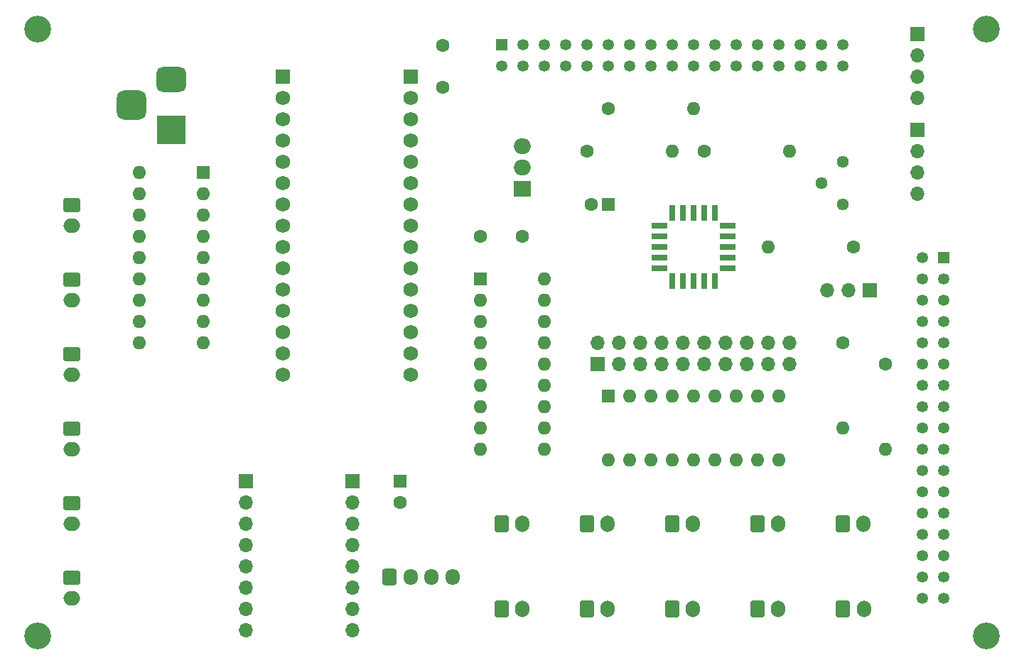
<source format=gbr>
%TF.GenerationSoftware,KiCad,Pcbnew,7.0.2*%
%TF.CreationDate,2023-10-03T23:20:49+09:00*%
%TF.ProjectId,EleMagDriver,456c654d-6167-4447-9269-7665722e6b69,rev?*%
%TF.SameCoordinates,Original*%
%TF.FileFunction,Soldermask,Top*%
%TF.FilePolarity,Negative*%
%FSLAX46Y46*%
G04 Gerber Fmt 4.6, Leading zero omitted, Abs format (unit mm)*
G04 Created by KiCad (PCBNEW 7.0.2) date 2023-10-03 23:20:49*
%MOMM*%
%LPD*%
G01*
G04 APERTURE LIST*
G04 Aperture macros list*
%AMRoundRect*
0 Rectangle with rounded corners*
0 $1 Rounding radius*
0 $2 $3 $4 $5 $6 $7 $8 $9 X,Y pos of 4 corners*
0 Add a 4 corners polygon primitive as box body*
4,1,4,$2,$3,$4,$5,$6,$7,$8,$9,$2,$3,0*
0 Add four circle primitives for the rounded corners*
1,1,$1+$1,$2,$3*
1,1,$1+$1,$4,$5*
1,1,$1+$1,$6,$7*
1,1,$1+$1,$8,$9*
0 Add four rect primitives between the rounded corners*
20,1,$1+$1,$2,$3,$4,$5,0*
20,1,$1+$1,$4,$5,$6,$7,0*
20,1,$1+$1,$6,$7,$8,$9,0*
20,1,$1+$1,$8,$9,$2,$3,0*%
G04 Aperture macros list end*
%ADD10C,1.600000*%
%ADD11O,1.600000X1.600000*%
%ADD12RoundRect,0.250000X-0.750000X0.600000X-0.750000X-0.600000X0.750000X-0.600000X0.750000X0.600000X0*%
%ADD13O,2.000000X1.700000*%
%ADD14C,3.200000*%
%ADD15R,1.700000X1.700000*%
%ADD16O,1.700000X1.700000*%
%ADD17C,1.440000*%
%ADD18R,1.925000X0.700000*%
%ADD19R,0.700000X1.925000*%
%ADD20RoundRect,0.250000X-0.600000X-0.750000X0.600000X-0.750000X0.600000X0.750000X-0.600000X0.750000X0*%
%ADD21O,1.700000X2.000000*%
%ADD22R,1.600000X1.600000*%
%ADD23RoundRect,0.250000X-0.600000X-0.725000X0.600000X-0.725000X0.600000X0.725000X-0.600000X0.725000X0*%
%ADD24O,1.700000X1.950000*%
%ADD25RoundRect,0.102000X-0.765000X-0.765000X0.765000X-0.765000X0.765000X0.765000X-0.765000X0.765000X0*%
%ADD26C,1.734000*%
%ADD27R,1.350000X1.350000*%
%ADD28C,1.350000*%
%ADD29R,3.500000X3.500000*%
%ADD30RoundRect,0.750000X-1.000000X0.750000X-1.000000X-0.750000X1.000000X-0.750000X1.000000X0.750000X0*%
%ADD31RoundRect,0.875000X-0.875000X0.875000X-0.875000X-0.875000X0.875000X-0.875000X0.875000X0.875000X0*%
%ADD32R,2.000000X1.905000*%
%ADD33O,2.000000X1.905000*%
G04 APERTURE END LIST*
D10*
%TO.C,R6*%
X199390000Y-90170000D03*
D11*
X199390000Y-100330000D03*
%TD*%
D12*
%TO.C,J8*%
X107590000Y-91480000D03*
D13*
X107590000Y-93980000D03*
%TD*%
D14*
%TO.C,REF\u002A\u002A*%
X216535000Y-125095000D03*
%TD*%
D10*
%TO.C,C2*%
X161250000Y-77470000D03*
X156250000Y-77470000D03*
%TD*%
D12*
%TO.C,J6*%
X107590000Y-73680000D03*
D13*
X107590000Y-76180000D03*
%TD*%
D15*
%TO.C,J4*%
X140995000Y-106680000D03*
D16*
X140995000Y-109220000D03*
X140995000Y-111760000D03*
X140995000Y-114300000D03*
X140995000Y-116840000D03*
X140995000Y-119380000D03*
X140995000Y-121920000D03*
X140995000Y-124460000D03*
%TD*%
D17*
%TO.C,RV1*%
X199390000Y-68580000D03*
X196850000Y-71120000D03*
X199390000Y-73660000D03*
%TD*%
D18*
%TO.C,U1*%
X185662500Y-78740000D03*
X185662500Y-77470000D03*
X185662500Y-76200000D03*
D19*
X184150000Y-74687500D03*
X182880000Y-74687500D03*
X181610000Y-74687500D03*
X180340000Y-74687500D03*
X179070000Y-74687500D03*
D18*
X177557500Y-76200000D03*
X177557500Y-77470000D03*
X177557500Y-78740000D03*
X177557500Y-80010000D03*
X177557500Y-81280000D03*
D19*
X179070000Y-82792500D03*
X180340000Y-82792500D03*
X181610000Y-82792500D03*
X182880000Y-82792500D03*
X184150000Y-82792500D03*
D18*
X185662500Y-81280000D03*
X185662500Y-80010000D03*
%TD*%
D20*
%TO.C,J18*%
X189230000Y-111760000D03*
D21*
X191730000Y-111760000D03*
%TD*%
D15*
%TO.C,J24*%
X208280000Y-53340000D03*
D16*
X208280000Y-55880000D03*
X208280000Y-58420000D03*
X208280000Y-60960000D03*
%TD*%
D12*
%TO.C,J9*%
X107590000Y-100350000D03*
D13*
X107590000Y-102850000D03*
%TD*%
D22*
%TO.C,C4*%
X146685000Y-106680000D03*
D10*
X146685000Y-109180000D03*
%TD*%
D15*
%TO.C,J26*%
X208280000Y-64770000D03*
D16*
X208280000Y-67310000D03*
X208280000Y-69850000D03*
X208280000Y-72390000D03*
%TD*%
D23*
%TO.C,J5*%
X145415000Y-118110000D03*
D24*
X147915000Y-118110000D03*
X150415000Y-118110000D03*
X152915000Y-118110000D03*
%TD*%
D12*
%TO.C,J10*%
X107590000Y-109260000D03*
D13*
X107590000Y-111760000D03*
%TD*%
D20*
%TO.C,J19*%
X189230000Y-121920000D03*
D21*
X191730000Y-121920000D03*
%TD*%
D12*
%TO.C,J7*%
X107590000Y-82590000D03*
D13*
X107590000Y-85090000D03*
%TD*%
D25*
%TO.C,U2*%
X132715000Y-58420000D03*
D26*
X132715000Y-60960000D03*
X132715000Y-63500000D03*
X132715000Y-66040000D03*
X132715000Y-68580000D03*
X132715000Y-71120000D03*
X132715000Y-73660000D03*
X132715000Y-76200000D03*
X132715000Y-78740000D03*
X132715000Y-81280000D03*
X132715000Y-83820000D03*
X132715000Y-86360000D03*
X132715000Y-88900000D03*
X132715000Y-91440000D03*
X132715000Y-93980000D03*
D25*
X147955000Y-58420000D03*
D26*
X147955000Y-60960000D03*
X147955000Y-63500000D03*
X147955000Y-66040000D03*
X147955000Y-68580000D03*
X147955000Y-71120000D03*
X147955000Y-73660000D03*
X147955000Y-76200000D03*
X147955000Y-78740000D03*
X147955000Y-81280000D03*
X147955000Y-83820000D03*
X147955000Y-86360000D03*
X147955000Y-88900000D03*
X147955000Y-91440000D03*
X147955000Y-93980000D03*
%TD*%
D20*
%TO.C,J12*%
X158750000Y-111760000D03*
D21*
X161250000Y-111760000D03*
%TD*%
D10*
%TO.C,R2*%
X200660000Y-78740000D03*
D11*
X190500000Y-78740000D03*
%TD*%
D10*
%TO.C,R5*%
X204470000Y-92710000D03*
D11*
X204470000Y-102870000D03*
%TD*%
D27*
%TO.C,J25*%
X211455000Y-80010000D03*
D28*
X208915000Y-80010000D03*
X211455000Y-82550000D03*
X208915000Y-82550000D03*
X211455000Y-85090000D03*
X208915000Y-85090000D03*
X211455000Y-87630000D03*
X208915000Y-87630000D03*
X211455000Y-90170000D03*
X208915000Y-90170000D03*
X211455000Y-92710000D03*
X208915000Y-92710000D03*
X211455000Y-95250000D03*
X208915000Y-95250000D03*
X211455000Y-97790000D03*
X208915000Y-97790000D03*
X211455000Y-100330000D03*
X208915000Y-100330000D03*
X211455000Y-102870000D03*
X208915000Y-102870000D03*
X211455000Y-105410000D03*
X208915000Y-105410000D03*
X211455000Y-107950000D03*
X208915000Y-107950000D03*
X211455000Y-110490000D03*
X208915000Y-110490000D03*
X211455000Y-113030000D03*
X208915000Y-113030000D03*
X211455000Y-115570000D03*
X208915000Y-115570000D03*
X211455000Y-118110000D03*
X208915000Y-118110000D03*
X211455000Y-120650000D03*
X208915000Y-120650000D03*
%TD*%
D10*
%TO.C,R1*%
X182880000Y-67310000D03*
D11*
X193040000Y-67310000D03*
%TD*%
D20*
%TO.C,J21*%
X199430000Y-121920000D03*
D21*
X201930000Y-121920000D03*
%TD*%
D10*
%TO.C,R4*%
X168910000Y-67310000D03*
D11*
X179070000Y-67310000D03*
%TD*%
D29*
%TO.C,J22*%
X119380000Y-64770000D03*
D30*
X119380000Y-58770000D03*
D31*
X114680000Y-61770000D03*
%TD*%
D14*
%TO.C,REF\u002A\u002A*%
X216535000Y-52705000D03*
%TD*%
%TO.C,REF\u002A\u002A*%
X103505000Y-125095000D03*
%TD*%
D20*
%TO.C,J13*%
X158750000Y-121920000D03*
D21*
X161250000Y-121920000D03*
%TD*%
D14*
%TO.C,REF\u002A\u002A*%
X103505000Y-52705000D03*
%TD*%
D20*
%TO.C,J20*%
X199390000Y-111760000D03*
D21*
X201890000Y-111760000D03*
%TD*%
D20*
%TO.C,J15*%
X168910000Y-121920000D03*
D21*
X171410000Y-121920000D03*
%TD*%
D10*
%TO.C,C3*%
X151765000Y-59690000D03*
X151765000Y-54690000D03*
%TD*%
D20*
%TO.C,J14*%
X168910000Y-111760000D03*
D21*
X171410000Y-111760000D03*
%TD*%
D15*
%TO.C,J2*%
X170180000Y-92710000D03*
D16*
X170180000Y-90170000D03*
X172720000Y-92710000D03*
X172720000Y-90170000D03*
X175260000Y-92710000D03*
X175260000Y-90170000D03*
X177800000Y-92710000D03*
X177800000Y-90170000D03*
X180340000Y-92710000D03*
X180340000Y-90170000D03*
X182880000Y-92710000D03*
X182880000Y-90170000D03*
X185420000Y-92710000D03*
X185420000Y-90170000D03*
X187960000Y-92710000D03*
X187960000Y-90170000D03*
X190500000Y-92710000D03*
X190500000Y-90170000D03*
X193040000Y-92710000D03*
X193040000Y-90170000D03*
%TD*%
D15*
%TO.C,J3*%
X128270000Y-106680000D03*
D16*
X128270000Y-109220000D03*
X128270000Y-111760000D03*
X128270000Y-114300000D03*
X128270000Y-116840000D03*
X128270000Y-119380000D03*
X128270000Y-121920000D03*
X128270000Y-124460000D03*
%TD*%
D27*
%TO.C,J23*%
X158750000Y-54610000D03*
D28*
X158750000Y-57150000D03*
X161290000Y-54610000D03*
X161290000Y-57150000D03*
X163830000Y-54610000D03*
X163830000Y-57150000D03*
X166370000Y-54610000D03*
X166370000Y-57150000D03*
X168910000Y-54610000D03*
X168910000Y-57150000D03*
X171450000Y-54610000D03*
X171450000Y-57150000D03*
X173990000Y-54610000D03*
X173990000Y-57150000D03*
X176530000Y-54610000D03*
X176530000Y-57150000D03*
X179070000Y-54610000D03*
X179070000Y-57150000D03*
X181610000Y-54610000D03*
X181610000Y-57150000D03*
X184150000Y-54610000D03*
X184150000Y-57150000D03*
X186690000Y-54610000D03*
X186690000Y-57150000D03*
X189230000Y-54610000D03*
X189230000Y-57150000D03*
X191770000Y-54610000D03*
X191770000Y-57150000D03*
X194310000Y-54610000D03*
X194310000Y-57150000D03*
X196850000Y-54610000D03*
X196850000Y-57150000D03*
X199390000Y-54610000D03*
X199390000Y-57150000D03*
%TD*%
D10*
%TO.C,R3*%
X171450000Y-62230000D03*
D11*
X181610000Y-62230000D03*
%TD*%
D22*
%TO.C,C1*%
X171450000Y-73660000D03*
D10*
X169450000Y-73660000D03*
%TD*%
D12*
%TO.C,J11*%
X107590000Y-118130000D03*
D13*
X107590000Y-120630000D03*
%TD*%
D20*
%TO.C,J17*%
X179070000Y-121920000D03*
D21*
X181570000Y-121920000D03*
%TD*%
D32*
%TO.C,U3*%
X161250000Y-71755000D03*
D33*
X161250000Y-69215000D03*
X161250000Y-66675000D03*
%TD*%
D22*
%TO.C,IC2*%
X156210000Y-82550000D03*
D11*
X156210000Y-85090000D03*
X156210000Y-87630000D03*
X156210000Y-90170000D03*
X156210000Y-92710000D03*
X156210000Y-95250000D03*
X156210000Y-97790000D03*
X156210000Y-100330000D03*
X156210000Y-102870000D03*
X163830000Y-102870000D03*
X163830000Y-100330000D03*
X163830000Y-97790000D03*
X163830000Y-95250000D03*
X163830000Y-92710000D03*
X163830000Y-90170000D03*
X163830000Y-87630000D03*
X163830000Y-85090000D03*
X163830000Y-82550000D03*
%TD*%
D20*
%TO.C,J16*%
X179070000Y-111760000D03*
D21*
X181570000Y-111760000D03*
%TD*%
D15*
%TO.C,J1*%
X202595000Y-83880000D03*
D16*
X200055000Y-83880000D03*
X197515000Y-83880000D03*
%TD*%
D22*
%TO.C,IC1*%
X123180000Y-69860000D03*
D11*
X123180000Y-72400000D03*
X123180000Y-74940000D03*
X123180000Y-77480000D03*
X123180000Y-80020000D03*
X123180000Y-82560000D03*
X123180000Y-85100000D03*
X123180000Y-87640000D03*
X123180000Y-90180000D03*
X115560000Y-90180000D03*
X115560000Y-87640000D03*
X115560000Y-85100000D03*
X115560000Y-82560000D03*
X115560000Y-80020000D03*
X115560000Y-77480000D03*
X115560000Y-74940000D03*
X115560000Y-72400000D03*
X115560000Y-69860000D03*
%TD*%
D22*
%TO.C,IC3*%
X171450000Y-96520000D03*
D11*
X173990000Y-96520000D03*
X176530000Y-96520000D03*
X179070000Y-96520000D03*
X181610000Y-96520000D03*
X184150000Y-96520000D03*
X186690000Y-96520000D03*
X189230000Y-96520000D03*
X191770000Y-96520000D03*
X191770000Y-104140000D03*
X189230000Y-104140000D03*
X186690000Y-104140000D03*
X184150000Y-104140000D03*
X181610000Y-104140000D03*
X179070000Y-104140000D03*
X176530000Y-104140000D03*
X173990000Y-104140000D03*
X171450000Y-104140000D03*
%TD*%
M02*

</source>
